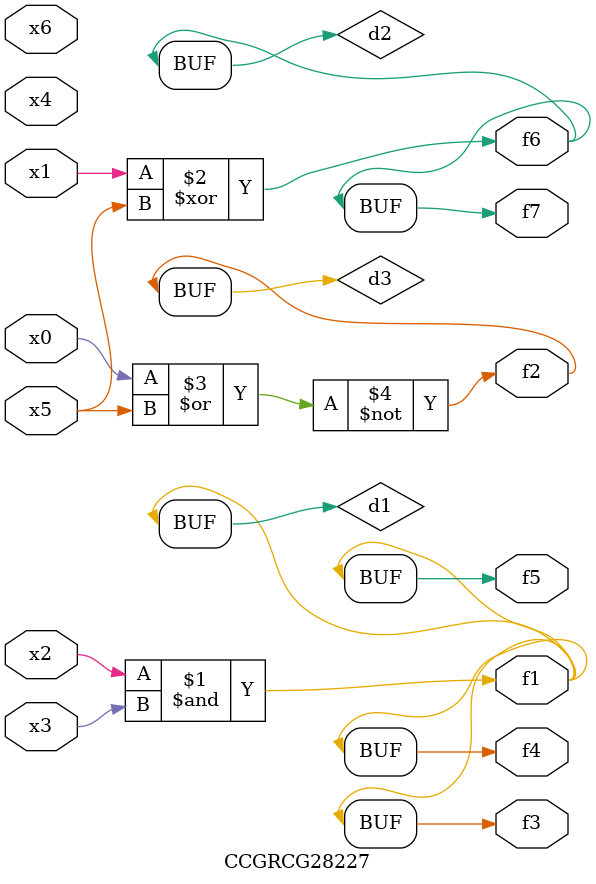
<source format=v>
module CCGRCG28227(
	input x0, x1, x2, x3, x4, x5, x6,
	output f1, f2, f3, f4, f5, f6, f7
);

	wire d1, d2, d3;

	and (d1, x2, x3);
	xor (d2, x1, x5);
	nor (d3, x0, x5);
	assign f1 = d1;
	assign f2 = d3;
	assign f3 = d1;
	assign f4 = d1;
	assign f5 = d1;
	assign f6 = d2;
	assign f7 = d2;
endmodule

</source>
